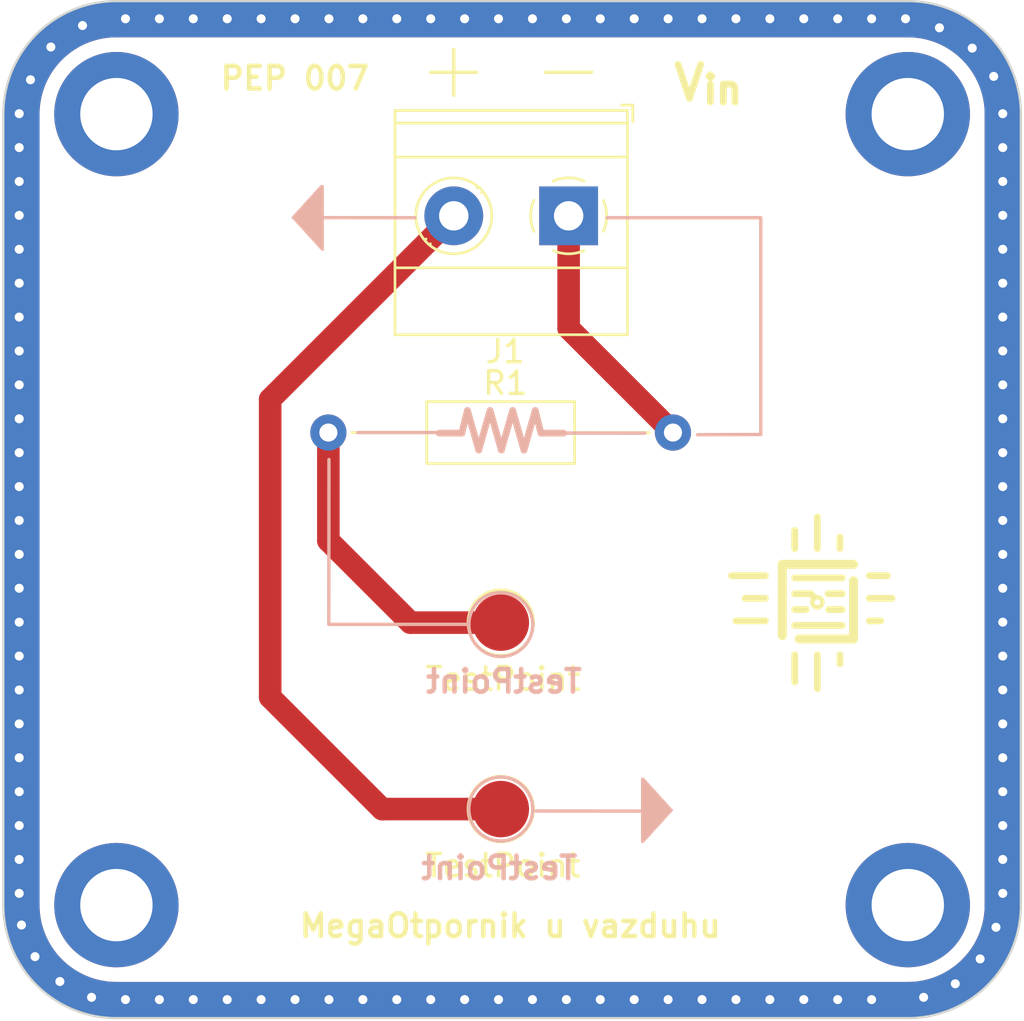
<source format=kicad_pcb>
(kicad_pcb (version 20241229) (generator "pcbnew") (generator_version "9.0")
  (layers (0 "F.Cu" signal) (2 "B.Cu" signal) (13 "F.Paste" user) (15 "B.Paste" user) (5 "F.SilkS" user "F.Silkscreen") (7 "B.SilkS" user "B.Silkscreen") (1 "F.Mask" user) (3 "B.Mask" user) (25 "Edge.Cuts" user))
  (net 0 "")
  (net 1 "0")
  (net 2 "Input voltage")
  (net 3 "Net-(R1-Pad1)")
  (footprint "PEP_library:ele_petnica_logo" (layer "F.Cu") (at 136 126.6)
    (property "Reference" "REF**" (hide yes))
    (property "Value" "ele_petnica_logo" (hide yes))
    (fp_line (start -3.8 -1.176394) (end -2.3 -1.176394) (stroke (width 0.3)) (layer "F.SilkS"))
    (fp_line (start -3.6 0.823606) (end -2.3 0.823606) (stroke (width 0.3)) (layer "F.SilkS"))
    (fp_line (start -3.2 -0.176394) (end -2.3 -0.176394) (stroke (width 0.3)) (layer "F.SilkS"))
    (fp_line (start -1.55 -1.676394) (end 1.6 -1.676394) (stroke (width 0.4)) (layer "F.SilkS"))
    (fp_line (start -1.55 1.473606) (end -1.55 -1.676394) (stroke (width 0.4)) (layer "F.SilkS"))
    (fp_line (start -1 -3.176394) (end -1 -2.376394) (stroke (width 0.3)) (layer "F.SilkS"))
    (fp_line (start -1 -1.076394) (end 1.1 -1.076394) (stroke (width 0.3)) (layer "F.SilkS"))
    (fp_line (start -1 -0.376394) (end -0.3 -0.376394) (stroke (width 0.3)) (layer "F.SilkS"))
    (fp_line (start -1 0.323606) (end -0.5 0.323606) (stroke (width 0.3)) (layer "F.SilkS"))
    (fp_line (start -1 1.023606) (end 1.1 1.023606) (stroke (width 0.3)) (layer "F.SilkS"))
    (fp_line (start -1 3.523606) (end -1 2.323606) (stroke (width 0.3)) (layer "F.SilkS"))
    (fp_line (start -0.8 1.623606) (end 1.6 1.623606) (stroke (width 0.4)) (layer "F.SilkS"))
    (fp_line (start -0.3 -0.376394) (end -0.15 -0.226394) (stroke (width 0.3)) (layer "F.SilkS"))
    (fp_line (start 0 -3.776394) (end 0 -2.376394) (stroke (width 0.3)) (layer "F.SilkS"))
    (fp_line (start 0 3.823606) (end 0 2.323606) (stroke (width 0.3)) (layer "F.SilkS"))
    (fp_line (start 0.475 -0.376394) (end 1.1 -0.376394) (stroke (width 0.3)) (layer "F.SilkS"))
    (fp_line (start 0.5 0.323606) (end 1.1 0.323606) (stroke (width 0.3)) (layer "F.SilkS"))
    (fp_line (start 1 -2.876394) (end 1 -2.376394) (stroke (width 0.3)) (layer "F.SilkS"))
    (fp_line (start 1 2.723606) (end 1 2.323606) (stroke (width 0.3)) (layer "F.SilkS"))
    (fp_line (start 1.6 1.573606) (end 1.6 -0.95) (stroke (width 0.4)) (layer "F.SilkS"))
    (fp_line (start 2.8 0.823606) (end 2.3 0.823606) (stroke (width 0.3)) (layer "F.SilkS"))
    (fp_line (start 3.1 -1.176394) (end 2.3 -1.176394) (stroke (width 0.3)) (layer "F.SilkS"))
    (fp_line (start 3.3 -0.176394) (end 2.3 -0.176394) (stroke (width 0.3)) (layer "F.SilkS"))
    (fp_circle (center 0 0) (end 0.2 0.1) (stroke (width 0.2)) (fill no) (layer "F.SilkS"))
  )
  (footprint "TestPoint:TestPoint_Pad_D2.5mm" (layer "F.Cu") (at 122 127.5)
    (property "Reference" "TP2" (hide yes))
    (property "Value" "TestPoint" (at 0.094214 2.49 0) (layer "F.SilkS"))
    (fp_circle (center 0 0) (end 0 1.45) (stroke (width 0.12)) (fill no) (layer "F.SilkS"))
    (pad "1" smd circle (at 0 0) (size 2.5 2.5) (property pad_prop_testpoint) (layers "F.Cu" "F.Mask") (net 3 "Net-(R1-Pad1)"))
  )
  (footprint "MountingHole:MountingHole_3.2mm_M3_ISO14580_Pad_TopBottom" (layer "F.Cu") (at 140 105)
    (property "Reference" "H3" (hide yes))
    (property "Value" "MountingHole")
    (pad "1" thru_hole circle (at 0 0) (size 3.6 3.6) (drill 3.2) (layers "*.Cu" "*.Mask"))
    (pad "1" connect circle (at 0 0) (size 5.5 5.5) (layers "F.Cu" "F.Mask"))
    (pad "1" connect circle (at 0 0) (size 5.5 5.5) (layers "B.Cu" "B.Mask"))
  )
  (footprint "PEP_library:R_Axial_DIN0207_L6.3mm_D2.5mm_P15.24mm_Horizontal" (layer "F.Cu") (at 114.374214 119.09)
    (property "Reference" "R1" (at 7.825786 -2.19 0) (layer "F.SilkS"))
    (property "Value" "1Meg")
    (fp_line (start 1.04 0) (end 4.35 0) (stroke (width 0.12)) (layer "F.SilkS"))
    (fp_line (start 4.35 -1.37) (end 4.35 1.37) (stroke (width 0.12)) (layer "F.SilkS"))
    (fp_line (start 4.35 1.37) (end 10.89 1.37) (stroke (width 0.12)) (layer "F.SilkS"))
    (fp_line (start 10.89 -1.37) (end 4.35 -1.37) (stroke (width 0.12)) (layer "F.SilkS"))
    (fp_line (start 10.89 1.37) (end 10.89 -1.37) (stroke (width 0.12)) (layer "F.SilkS"))
    (fp_line (start 14.2 0) (end 10.89 0) (stroke (width 0.12)) (layer "F.SilkS"))
    (fp_line (start 1.3 0) (end 5.875 0) (stroke (width 0.15)) (layer "B.SilkS"))
    (fp_line (start 5.9 0.025) (end 4.9 0.025) (stroke (width 0.3)) (layer "B.SilkS"))
    (fp_line (start 6.15 -0.975) (end 5.9 0.025) (stroke (width 0.3)) (layer "B.SilkS"))
    (fp_line (start 6.65 0.775) (end 6.15 -0.975) (stroke (width 0.3)) (layer "B.SilkS"))
    (fp_line (start 7.15 -0.975) (end 6.65 0.775) (stroke (width 0.3)) (layer "B.SilkS"))
    (fp_line (start 7.65 0.775) (end 7.15 -0.975) (stroke (width 0.3)) (layer "B.SilkS"))
    (fp_line (start 8.15 -0.975) (end 7.65 0.775) (stroke (width 0.3)) (layer "B.SilkS"))
    (fp_line (start 8.65 0.775) (end 8.15 -0.975) (stroke (width 0.3)) (layer "B.SilkS"))
    (fp_line (start 9.15 -0.975) (end 8.65 0.775) (stroke (width 0.3)) (layer "B.SilkS"))
    (fp_line (start 9.4 0.025) (end 9.15 -0.975) (stroke (width 0.3)) (layer "B.SilkS"))
    (fp_line (start 10.311991 0.02319) (end 14 0.025) (stroke (width 0.15)) (layer "B.SilkS"))
    (fp_line (start 10.4 0.025) (end 9.4 0.025) (stroke (width 0.3)) (layer "B.SilkS"))
    (pad "1" thru_hole circle (at 0 0) (size 1.6 1.6) (drill 0.8) (layers "*.Cu" "*.Mask") (net 3 "Net-(R1-Pad1)"))
    (pad "2" thru_hole oval (at 15.24 0) (size 1.6 1.6) (drill 0.8) (layers "*.Cu" "*.Mask") (net 2 "Input voltage"))
  )
  (footprint "MountingHole:MountingHole_3.2mm_M3_ISO14580_Pad_TopBottom" (layer "F.Cu") (at 140 140)
    (property "Reference" "H4" (hide yes))
    (property "Value" "MountingHole")
    (pad "1" thru_hole circle (at 0 0) (size 3.6 3.6) (drill 3.2) (layers "*.Cu" "*.Mask"))
    (pad "1" connect circle (at 0 0) (size 5.5 5.5) (layers "F.Cu" "F.Mask"))
    (pad "1" connect circle (at 0 0) (size 5.5 5.5) (layers "B.Cu" "B.Mask"))
  )
  (footprint "PEP_library:TerminalBlock_Phoenix_MKDS-1,5-2-5.08_1x02_P5.08mm_Horizontal" (layer "F.Cu") (at 125 109.5 180)
    (property "Reference" "J1" (at 2.8 -6 0) (layer "F.SilkS"))
    (property "Value" "Screw_Terminal_01x02")
    (fp_line (start 7.68 -5.261) (end 7.68 4.66) (stroke (width 0.12)) (layer "F.SilkS"))
    (fp_line (start 6.355 -1.069) (end 6.308 -1.023) (stroke (width 0.12)) (layer "F.SilkS"))
    (fp_line (start 6.15 -1.275) (end 6.115 -1.239) (stroke (width 0.12)) (layer "F.SilkS"))
    (fp_line (start 5.08 5.334) (end 5.08 7.366) (stroke (width 0.15)) (layer "F.SilkS"))
    (fp_line (start 4.064 6.35) (end 6.096 6.35) (stroke (width 0.15)) (layer "F.SilkS"))
    (fp_line (start 4.046 1.239) (end 4.011 1.274) (stroke (width 0.12)) (layer "F.SilkS"))
    (fp_line (start 3.853 1.023) (end 3.806 1.069) (stroke (width 0.12)) (layer "F.SilkS"))
    (fp_line (start -1.016 6.35) (end 1.016 6.35) (stroke (width 0.15)) (layer "F.SilkS"))
    (fp_line (start -2.6 4.66) (end 7.68 4.66) (stroke (width 0.12)) (layer "F.SilkS"))
    (fp_line (start -2.6 4.1) (end 7.68 4.1) (stroke (width 0.12)) (layer "F.SilkS"))
    (fp_line (start -2.6 2.6) (end 7.68 2.6) (stroke (width 0.12)) (layer "F.SilkS"))
    (fp_line (start -2.6 -2.301) (end 7.68 -2.301) (stroke (width 0.12)) (layer "F.SilkS"))
    (fp_line (start -2.6 -5.261) (end 7.68 -5.261) (stroke (width 0.12)) (layer "F.SilkS"))
    (fp_line (start -2.6 -5.261) (end -2.6 4.66) (stroke (width 0.12)) (layer "F.SilkS"))
    (fp_line (start -2.84 4.9) (end -2.34 4.9) (stroke (width 0.12)) (layer "F.SilkS"))
    (fp_line (start -2.84 4.16) (end -2.84 4.9) (stroke (width 0.12)) (layer "F.SilkS"))
    (fp_arc (start 1.535427 -0.683042) (mid 1.680501 0.000524) (end 1.535 0.684) (stroke (width 0.12)) (layer "F.SilkS"))
    (fp_arc (start 0.683318 1.534756) (mid 0.349292 1.643288) (end 0 1.68) (stroke (width 0.12)) (layer "F.SilkS"))
    (fp_arc (start 0.028805 1.680253) (mid -0.335551 1.646659) (end -0.684 1.535) (stroke (width 0.12)) (layer "F.SilkS"))
    (fp_arc (start -0.683042 -1.535427) (mid 0.000524 -1.680501) (end 0.684 -1.535) (stroke (width 0.12)) (layer "F.SilkS"))
    (fp_arc (start -1.535427 0.683042) (mid -1.680501 -0.000524) (end -1.535 -0.684) (stroke (width 0.12)) (layer "F.SilkS"))
    (fp_circle (center 5.08 0) (end 6.76 0) (stroke (width 0.12)) (fill no) (layer "F.SilkS"))
    (pad "1" thru_hole rect (at 0 0 180) (size 2.6 2.6) (drill 1.3) (layers "*.Cu" "*.Mask") (net 2 "Input voltage"))
    (pad "2" thru_hole circle (at 5.08 0 180) (size 2.6 2.6) (drill 1.3) (layers "*.Cu" "*.Mask") (net 1 "0"))
  )
  (footprint "MountingHole:MountingHole_3.2mm_M3_ISO14580_Pad_TopBottom" (layer "F.Cu") (at 105 105)
    (property "Reference" "H2" (hide yes))
    (property "Value" "MountingHole")
    (pad "1" thru_hole circle (at 0 0) (size 3.6 3.6) (drill 3.2) (layers "*.Cu" "*.Mask"))
    (pad "1" connect circle (at 0 0) (size 5.5 5.5) (layers "F.Cu" "F.Mask"))
    (pad "1" connect circle (at 0 0) (size 5.5 5.5) (layers "B.Cu" "B.Mask"))
  )
  (footprint "MountingHole:MountingHole_3.2mm_M3_ISO14580_Pad_TopBottom" (layer "F.Cu") (at 105 140 -90)
    (property "Reference" "H1" (hide yes))
    (property "Value" "MountingHole")
    (pad "1" thru_hole circle (at 0 0 270) (size 3.6 3.6) (drill 3.2) (layers "*.Cu" "*.Mask"))
    (pad "1" connect circle (at 0 0 270) (size 5.5 5.5) (layers "F.Cu" "F.Mask"))
    (pad "1" connect circle (at 0 0 270) (size 5.5 5.5) (layers "B.Cu" "B.Mask"))
  )
  (footprint "TestPoint:TestPoint_Pad_D2.5mm" (layer "F.Cu") (at 122 135.75)
    (property "Reference" "TP2" (hide yes))
    (property "Value" "TestPoint" (at 0.094214 2.504214 0) (layer "F.SilkS"))
    (fp_circle (center 0 0) (end 0 1.45) (stroke (width 0.12)) (fill no) (layer "F.SilkS"))
    (pad "2" smd circle (at 0 0) (size 2.5 2.5) (property pad_prop_testpoint) (layers "F.Cu" "F.Mask") (net 1 "0"))
  )
  (gr_line (start 144.2 140) (end 144.2 105) (stroke (width 1.6)) (layer "F.Cu"))
  (gr_arc (start 140 100.8) (mid 142.969848 102.030152) (end 144.2 105) (stroke (width 1.6)) (layer "F.Cu"))
  (gr_line (start 100.8 105) (end 100.8 140) (stroke (width 1.6)) (layer "F.Cu"))
  (gr_line (start 105 100.8) (end 140 100.8) (stroke (width 1.6)) (layer "F.Cu"))
  (gr_arc (start 100.8 105) (mid 102.030152 102.030152) (end 105 100.8) (stroke (width 1.6)) (layer "F.Cu"))
  (gr_arc (start 105 144.2) (mid 102.030152 142.969848) (end 100.8 140) (stroke (width 1.6)) (layer "F.Cu"))
  (gr_line (start 105 144.2) (end 140 144.2) (stroke (width 1.6)) (layer "F.Cu"))
  (gr_arc (start 144.2 140) (mid 142.969848 142.969848) (end 140 144.2) (stroke (width 1.6)) (layer "F.Cu"))
  (gr_arc (start 105 144.2) (mid 102.030154 142.969848) (end 100.8 140) (stroke (width 1.6)) (layer "B.Cu"))
  (gr_line (start 105 144.2) (end 140 144.2) (stroke (width 1.6)) (layer "B.Cu"))
  (gr_line (start 105 100.8) (end 140 100.8) (stroke (width 1.6)) (layer "B.Cu"))
  (gr_arc (start 100.8 105) (mid 102.030152 102.030152) (end 105 100.8) (stroke (width 1.6)) (layer "B.Cu"))
  (gr_arc (start 140 100.8) (mid 142.96985 102.030151) (end 144.2 105) (stroke (width 1.6)) (layer "B.Cu"))
  (gr_line (start 144.2 140) (end 144.2 105) (stroke (width 1.6)) (layer "B.Cu"))
  (gr_line (start 100.8 105) (end 100.8 140) (stroke (width 1.6)) (layer "B.Cu"))
  (gr_arc (start 144.2 140) (mid 142.969849 142.969849) (end 140 144.2) (stroke (width 1.6)) (layer "B.Cu"))
  (gr_line (start 114.4 120.285786) (end 114.394214 127.575786) (stroke (width 0.15)) (layer "B.SilkS"))
  (gr_line (start 118.2 109.585786) (end 113.823982 109.582166) (stroke (width 0.15)) (layer "B.SilkS"))
  (gr_line (start 133.5 119.175786) (end 130.7 119.185786) (stroke (width 0.15)) (layer "B.SilkS"))
  (gr_poly (pts (xy 114.1 110.960786) (xy 114.1 108.210786) (xy 112.85 109.585786)) (stroke (width 0.15)) (fill yes) (layer "B.SilkS"))
  (gr_line (start 123.561991 135.835786) (end 128.238009 135.839406) (stroke (width 0.15)) (layer "B.SilkS"))
  (gr_line (start 114.394214 127.575786) (end 120.594214 127.575786) (stroke (width 0.15)) (layer "B.SilkS"))
  (gr_line (start 128.275 137.173286) (end 129.525 135.798286) (stroke (width 0.15)) (layer "B.SilkS"))
  (gr_line (start 126.7 109.585786) (end 133.451057 109.585786) (stroke (width 0.15)) (layer "B.SilkS"))
  (gr_circle (center 122 135.75) (end 123.414214 135.75) (stroke (width 0.15)) (fill no) (layer "B.SilkS"))
  (gr_poly (pts (xy 128.275 134.423286) (xy 128.275 137.173286) (xy 129.525 135.798286)) (stroke (width 0.15)) (fill yes) (layer "B.SilkS"))
  (gr_line (start 114.073982 108.207166) (end 112.823982 109.582166) (stroke (width 0.15)) (layer "B.SilkS"))
  (gr_line (start 133.5 109.585786) (end 133.5 119.175786) (stroke (width 0.15)) (layer "B.SilkS"))
  (gr_circle (center 122 127.585786) (end 123.414214 127.585786) (stroke (width 0.15)) (fill no) (layer "B.SilkS"))
  (gr_arc (start 140 100) (mid 143.535534 101.464466) (end 145 105) (stroke (width 0.1)) (layer "Edge.Cuts"))
  (gr_line (start 100 105) (end 100 140) (stroke (width 0.1)) (layer "Edge.Cuts"))
  (gr_line (start 145 140) (end 145 105) (stroke (width 0.1)) (layer "Edge.Cuts"))
  (gr_arc (start 145 140) (mid 143.535534 143.535534) (end 140 145) (stroke (width 0.1)) (layer "Edge.Cuts"))
  (gr_arc (start 105 145) (mid 101.464466 143.535534) (end 100 140) (stroke (width 0.1)) (layer "Edge.Cuts"))
  (gr_line (start 105 100) (end 140 100) (stroke (width 0.1)) (layer "Edge.Cuts"))
  (gr_line (start 140 145) (end 105 145) (stroke (width 0.1)) (layer "Edge.Cuts"))
  (gr_arc (start 100 105) (mid 101.464466 101.464466) (end 105 100) (stroke (width 0.1)) (layer "Edge.Cuts"))
  (gr_text "MegaOtpornik u vazduhu\n" (at 113 141.5 0) (layer "F.SilkS") (effects (font (size 1 1) (thickness 0.2) (bold yes)) (justify left bottom)))
  (gr_text "V_{in}\n" (at 129.5 104.5 0) (layer "F.SilkS") (effects (font (size 1.5 1.5) (thickness 0.3) (bold yes)) (justify left bottom)))
  (gr_text "PEP 007\n" (at 109.5 104 0) (layer "F.SilkS") (effects (font (size 1 1) (thickness 0.2) (bold yes)) (justify left bottom)))
  (gr_text "TestPoint" (at 125.7 130.685786 0) (layer "B.SilkS") (effects (font (size 1 1) (thickness 0.2) (bold yes)) (justify left bottom mirror)))
  (gr_text "TestPoint" (at 118.371428 138.94 0) (layer "B.SilkS") (effects (font (size 1 1) (thickness 0.2) (bold yes)) (justify right bottom mirror)))
  (via (at 144.2 131.980152) (size 0.8) (drill 0.4) (layers "F.Cu" "B.Cu") (net 0))
  (via (at 120.4 144.180152) (size 0.8) (drill 0.4) (layers "F.Cu" "B.Cu") (net 0))
  (via (at 126.4 144.180152) (size 0.8) (drill 0.4) (layers "F.Cu" "B.Cu") (net 0))
  (via (at 144.2 134.980152) (size 0.8) (drill 0.4) (layers "F.Cu" "B.Cu") (net 0))
  (via (at 115.9 144.180152) (size 0.8) (drill 0.4) (layers "F.Cu" "B.Cu") (net 0))
  (via (at 108.4 100.780152) (size 0.8) (drill 0.4) (layers "F.Cu" "B.Cu") (net 0))
  (via (at 100.7 124.480152) (size 0.8) (drill 0.4) (layers "F.Cu" "B.Cu") (net 0))
  (via (at 115.9 100.780152) (size 0.8) (drill 0.4) (layers "F.Cu" "B.Cu") (net 0))
  (via (at 111.4 144.180152) (size 0.8) (drill 0.4) (layers "F.Cu" "B.Cu") (net 0))
  (via (at 144.2 107.980152) (size 0.8) (drill 0.4) (layers "F.Cu" "B.Cu") (net 0))
  (via (at 144.2 130.480152) (size 0.8) (drill 0.4) (layers "F.Cu" "B.Cu") (net 0))
  (via (at 144.2 118.480152) (size 0.8) (drill 0.4) (layers "F.Cu" "B.Cu") (net 0))
  (via (at 117.4 144.180152) (size 0.8) (drill 0.4) (layers "F.Cu" "B.Cu") (net 0))
  (via (at 102.1 102.030152) (size 0.8) (drill 0.4) (layers "F.Cu" "B.Cu") (net 0))
  (via (at 144.2 128.980152) (size 0.8) (drill 0.4) (layers "F.Cu" "B.Cu") (net 0))
  (via (at 108.4 144.180152) (size 0.8) (drill 0.4) (layers "F.Cu" "B.Cu") (net 0))
  (via (at 126.4 100.780152) (size 0.8) (drill 0.4) (layers "F.Cu" "B.Cu") (net 0))
  (via (at 114.4 144.180152) (size 0.8) (drill 0.4) (layers "F.Cu" "B.Cu") (net 0))
  (via (at 100.7 113.980152) (size 0.8) (drill 0.4) (layers "F.Cu" "B.Cu") (net 0))
  (via (at 100.7 106.480152) (size 0.8) (drill 0.4) (layers "F.Cu" "B.Cu") (net 0))
  (via (at 100.8 140.880152) (size 0.8) (drill 0.4) (layers "F.Cu" "B.Cu") (net 0))
  (via (at 106.9 100.780152) (size 0.8) (drill 0.4) (layers "F.Cu" "B.Cu") (net 0))
  (via (at 123.4 144.180152) (size 0.8) (drill 0.4) (layers "F.Cu" "B.Cu") (net 0))
  (via (at 143.8 103.330152) (size 0.8) (drill 0.4) (layers "F.Cu" "B.Cu") (net 0))
  (via (at 105.4 100.780152) (size 0.8) (drill 0.4) (layers "F.Cu" "B.Cu") (net 0))
  (via (at 100.7 127.480152) (size 0.8) (drill 0.4) (layers "F.Cu" "B.Cu") (net 0))
  (via (at 144.2 136.480152) (size 0.8) (drill 0.4) (layers "F.Cu" "B.Cu") (net 0))
  (via (at 144.2 124.480152) (size 0.8) (drill 0.4) (layers "F.Cu" "B.Cu") (net 0))
  (via (at 132.4 144.180152) (size 0.8) (drill 0.4) (layers "F.Cu" "B.Cu") (net 0))
  (via (at 118.9 144.180152) (size 0.8) (drill 0.4) (layers "F.Cu" "B.Cu") (net 0))
  (via (at 100.7 110.980152) (size 0.8) (drill 0.4) (layers "F.Cu" "B.Cu") (net 0))
  (via (at 102.5 143.380152) (size 0.8) (drill 0.4) (layers "F.Cu" "B.Cu") (net 0))
  (via (at 103.5 101.080152) (size 0.8) (drill 0.4) (layers "F.Cu" "B.Cu") (net 0))
  (via (at 100.7 139.480152) (size 0.8) (drill 0.4) (layers "F.Cu" "B.Cu") (net 0))
  (via (at 144.2 113.980152) (size 0.8) (drill 0.4) (layers "F.Cu" "B.Cu") (net 0))
  (via (at 144.2 119.980152) (size 0.8) (drill 0.4) (layers "F.Cu" "B.Cu") (net 0))
  (via (at 100.7 107.980152) (size 0.8) (drill 0.4) (layers "F.Cu" "B.Cu") (net 0))
  (via (at 120.4 100.780152) (size 0.8) (drill 0.4) (layers "F.Cu" "B.Cu") (net 0))
  (via (at 144.2 109.480152) (size 0.8) (drill 0.4) (layers "F.Cu" "B.Cu") (net 0))
  (via (at 144.2 122.980152) (size 0.8) (drill 0.4) (layers "F.Cu" "B.Cu") (net 0))
  (via (at 121.9 100.780152) (size 0.8) (drill 0.4) (layers "F.Cu" "B.Cu") (net 0))
  (via (at 109.9 144.180152) (size 0.8) (drill 0.4) (layers "F.Cu" "B.Cu") (net 0))
  (via (at 127.9 144.180152) (size 0.8) (drill 0.4) (layers "F.Cu" "B.Cu") (net 0))
  (via (at 144.2 139.480152) (size 0.8) (drill 0.4) (layers "F.Cu" "B.Cu") (net 0))
  (via (at 141.4 101.180152) (size 0.8) (drill 0.4) (layers "F.Cu" "B.Cu") (net 0))
  (via (at 118.9 100.780152) (size 0.8) (drill 0.4) (layers "F.Cu" "B.Cu") (net 0))
  (via (at 144.2 106.480152) (size 0.8) (drill 0.4) (layers "F.Cu" "B.Cu") (net 0))
  (via (at 100.7 137.980152) (size 0.8) (drill 0.4) (layers "F.Cu" "B.Cu") (net 0))
  (via (at 100.7 121.480152) (size 0.8) (drill 0.4) (layers "F.Cu" "B.Cu") (net 0))
  (via (at 117.4 100.780152) (size 0.8) (drill 0.4) (layers "F.Cu" "B.Cu") (net 0))
  (via (at 100.7 134.980152) (size 0.8) (drill 0.4) (layers "F.Cu" "B.Cu") (net 0))
  (via (at 111.4 100.780152) (size 0.8) (drill 0.4) (layers "F.Cu" "B.Cu") (net 0))
  (via (at 100.7 119.980152) (size 0.8) (drill 0.4) (layers "F.Cu" "B.Cu") (net 0))
  (via (at 138.4 144.180152) (size 0.8) (drill 0.4) (layers "F.Cu" "B.Cu") (net 0))
  (via (at 144.2 115.480152) (size 0.8) (drill 0.4) (layers "F.Cu" "B.Cu") (net 0))
  (via (at 100.7 112.480152) (size 0.8) (drill 0.4) (layers "F.Cu" "B.Cu") (net 0))
  (via (at 121.9 144.180152) (size 0.8) (drill 0.4) (layers "F.Cu" "B.Cu") (net 0))
  (via (at 100.7 104.980152) (size 0.8) (drill 0.4) (layers "F.Cu" "B.Cu") (net 0))
  (via (at 124.9 100.780152) (size 0.8) (drill 0.4) (layers "F.Cu" "B.Cu") (net 0))
  (via (at 136.9 100.780152) (size 0.8) (drill 0.4) (layers "F.Cu" "B.Cu") (net 0))
  (via (at 142.85 102.080152) (size 0.8) (drill 0.4) (layers "F.Cu" "B.Cu") (net 0))
  (via (at 129.4 144.180152) (size 0.8) (drill 0.4) (layers "F.Cu" "B.Cu") (net 0))
  (via (at 101.4 142.280152) (size 0.8) (drill 0.4) (layers "F.Cu" "B.Cu") (net 0))
  (via (at 100.7 125.980152) (size 0.8) (drill 0.4) (layers "F.Cu" "B.Cu") (net 0))
  (via (at 100.7 118.480152) (size 0.8) (drill 0.4) (layers "F.Cu" "B.Cu") (net 0))
  (via (at 100.7 131.980152) (size 0.8) (drill 0.4) (layers "F.Cu" "B.Cu") (net 0))
  (via (at 144.2 137.980152) (size 0.8) (drill 0.4) (layers "F.Cu" "B.Cu") (net 0))
  (via (at 130.9 100.780152) (size 0.8) (drill 0.4) (layers "F.Cu" "B.Cu") (net 0))
  (via (at 142.1 143.480152) (size 0.8) (drill 0.4) (layers "F.Cu" "B.Cu") (net 0))
  (via (at 144.2 133.480152) (size 0.8) (drill 0.4) (layers "F.Cu" "B.Cu") (net 0))
  (via (at 140.7 144.080152) (size 0.8) (drill 0.4) (layers "F.Cu" "B.Cu") (net 0))
  (via (at 138.4 100.780152) (size 0.8) (drill 0.4) (layers "F.Cu" "B.Cu") (net 0))
  (via (at 133.9 144.180152) (size 0.8) (drill 0.4) (layers "F.Cu" "B.Cu") (net 0))
  (via (at 112.9 100.780152) (size 0.8) (drill 0.4) (layers "F.Cu" "B.Cu") (net 0))
  (via (at 144.2 127.480152) (size 0.8) (drill 0.4) (layers "F.Cu" "B.Cu") (net 0))
  (via (at 100.7 136.480152) (size 0.8) (drill 0.4) (layers "F.Cu" "B.Cu") (net 0))
  (via (at 100.7 115.480152) (size 0.8) (drill 0.4) (layers "F.Cu" "B.Cu") (net 0))
  (via (at 103.9 144.080152) (size 0.8) (drill 0.4) (layers "F.Cu" "B.Cu") (net 0))
  (via (at 135.4 100.780152) (size 0.8) (drill 0.4) (layers "F.Cu" "B.Cu") (net 0))
  (via (at 100.7 133.480152) (size 0.8) (drill 0.4) (layers "F.Cu" "B.Cu") (net 0))
  (via (at 123.4 100.780152) (size 0.8) (drill 0.4) (layers "F.Cu" "B.Cu") (net 0))
  (via (at 144.2 112.480152) (size 0.8) (drill 0.4) (layers "F.Cu" "B.Cu") (net 0))
  (via (at 100.7 109.480152) (size 0.8) (drill 0.4) (layers "F.Cu" "B.Cu") (net 0))
  (via (at 144.2 104.980152) (size 0.8) (drill 0.4) (layers "F.Cu" "B.Cu") (net 0))
  (via (at 144.2 110.980152) (size 0.8) (drill 0.4) (layers "F.Cu" "B.Cu") (net 0))
  (via (at 112.9 144.180152) (size 0.8) (drill 0.4) (layers "F.Cu" "B.Cu") (net 0))
  (via (at 114.4 100.780152) (size 0.8) (drill 0.4) (layers "F.Cu" "B.Cu") (net 0))
  (via (at 143.9 140.980152) (size 0.8) (drill 0.4) (layers "F.Cu" "B.Cu") (net 0))
  (via (at 132.4 100.780152) (size 0.8) (drill 0.4) (layers "F.Cu" "B.Cu") (net 0))
  (via (at 106.9 144.180152) (size 0.8) (drill 0.4) (layers "F.Cu" "B.Cu") (net 0))
  (via (at 101.2 103.480152) (size 0.8) (drill 0.4) (layers "F.Cu" "B.Cu") (net 0))
  (via (at 144.2 116.980152) (size 0.8) (drill 0.4) (layers "F.Cu" "B.Cu") (net 0))
  (via (at 130.9 144.180152) (size 0.8) (drill 0.4) (layers "F.Cu" "B.Cu") (net 0))
  (via (at 127.9 100.780152) (size 0.8) (drill 0.4) (layers "F.Cu" "B.Cu") (net 0))
  (via (at 100.7 130.480152) (size 0.8) (drill 0.4) (layers "F.Cu" "B.Cu") (net 0))
  (via (at 133.9 100.780152) (size 0.8) (drill 0.4) (layers "F.Cu" "B.Cu") (net 0))
  (via (at 135.4 144.180152) (size 0.8) (drill 0.4) (layers "F.Cu" "B.Cu") (net 0))
  (via (at 100.7 122.980152) (size 0.8) (drill 0.4) (layers "F.Cu" "B.Cu") (net 0))
  (via (at 109.9 100.780152) (size 0.8) (drill 0.4) (layers "F.Cu" "B.Cu") (net 0))
  (via (at 124.9 144.180152) (size 0.8) (drill 0.4) (layers "F.Cu" "B.Cu") (net 0))
  (via (at 100.7 128.980152) (size 0.8) (drill 0.4) (layers "F.Cu" "B.Cu") (net 0))
  (via (at 139.9 100.780152) (size 0.8) (drill 0.4) (layers "F.Cu" "B.Cu") (net 0))
  (via (at 144.2 121.480152) (size 0.8) (drill 0.4) (layers "F.Cu" "B.Cu") (net 0))
  (via (at 105.4 144.180152) (size 0.8) (drill 0.4) (layers "F.Cu" "B.Cu") (net 0))
  (via (at 143.2 142.380152) (size 0.8) (drill 0.4) (layers "F.Cu" "B.Cu") (net 0))
  (via (at 136.9 144.180152) (size 0.8) (drill 0.4) (layers "F.Cu" "B.Cu") (net 0))
  (via (at 144.2 125.980152) (size 0.8) (drill 0.4) (layers "F.Cu" "B.Cu") (net 0))
  (via (at 129.4 100.780152) (size 0.8) (drill 0.4) (layers "F.Cu" "B.Cu") (net 0))
  (via (at 100.7 116.980152) (size 0.8) (drill 0.4) (layers "F.Cu" "B.Cu") (net 0))
  (segment (start 111.8 130.8) (end 111.8 117.62) (width 1) (layer "F.Cu") (net 1))
  (segment (start 116.75 135.75) (end 111.8 130.8) (width 1) (layer "F.Cu") (net 1))
  (segment (start 111.8 117.62) (end 119.92 109.5) (width 1) (layer "F.Cu") (net 1))
  (segment (start 122 135.75) (end 116.75 135.75) (width 1) (layer "F.Cu") (net 1))
  (segment (start 125 109.5) (end 125 114.475786) (width 1) (layer "F.Cu") (net 2))
  (segment (start 125 114.475786) (end 129.614214 119.09) (width 1) (layer "F.Cu") (net 2))
  (segment (start 114.374214 123.874214) (end 118 127.5) (width 1) (layer "F.Cu") (net 3))
  (segment (start 114.374214 119.09) (end 114.374214 123.874214) (width 1) (layer "F.Cu") (net 3))
  (segment (start 118 127.5) (end 122 127.5) (width 1) (layer "F.Cu") (net 3))
)
</source>
